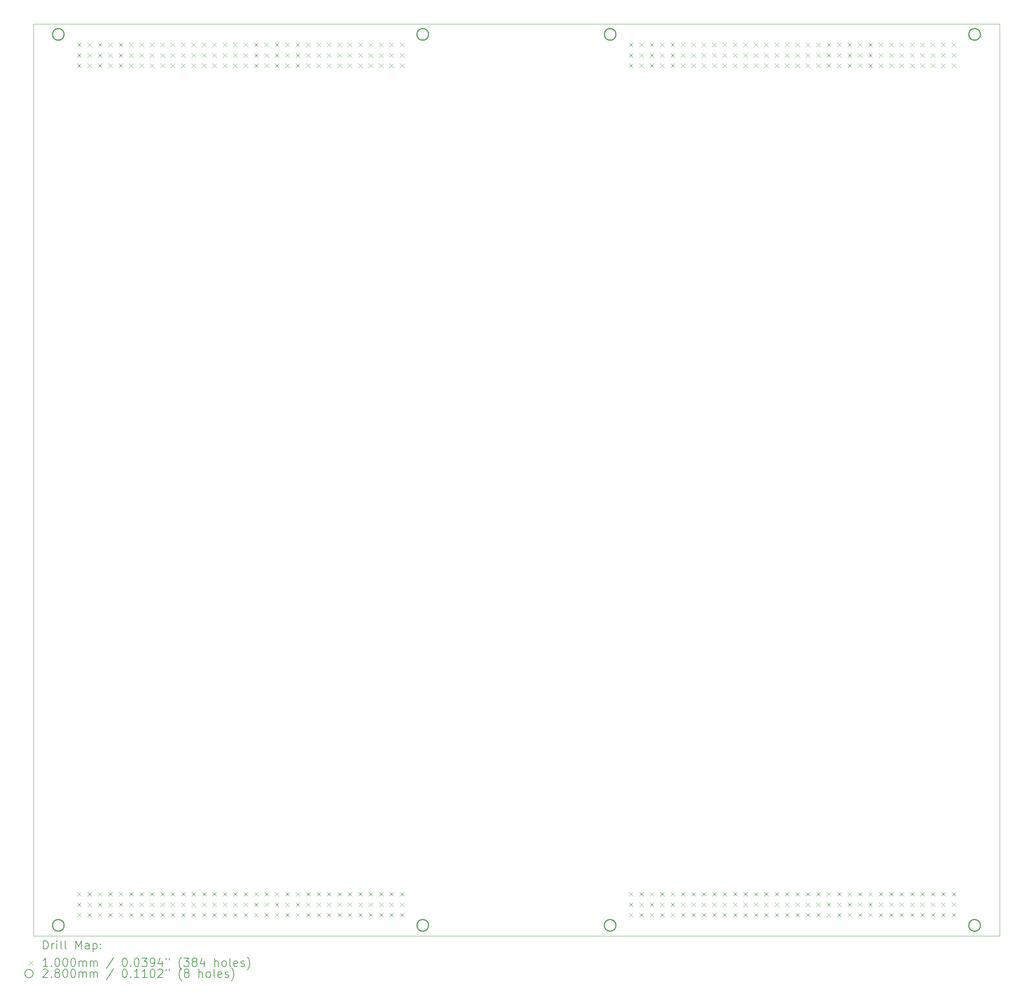
<source format=gbr>
%TF.GenerationSoftware,KiCad,Pcbnew,7.0.1*%
%TF.CreationDate,2023-10-13T00:12:28+03:00*%
%TF.ProjectId,turbo_86m_extender_board,74757262-6f5f-4383-966d-5f657874656e,rev?*%
%TF.SameCoordinates,Original*%
%TF.FileFunction,Drillmap*%
%TF.FilePolarity,Positive*%
%FSLAX45Y45*%
G04 Gerber Fmt 4.5, Leading zero omitted, Abs format (unit mm)*
G04 Created by KiCad (PCBNEW 7.0.1) date 2023-10-13 00:12:28*
%MOMM*%
%LPD*%
G01*
G04 APERTURE LIST*
%ADD10C,0.100000*%
%ADD11C,0.200000*%
%ADD12C,0.280000*%
G04 APERTURE END LIST*
D10*
X0Y0D02*
X23200000Y0D01*
X23200000Y-21900000D01*
X0Y-21900000D01*
X0Y0D01*
D11*
D10*
X1050000Y-450000D02*
X1150000Y-550000D01*
X1150000Y-450000D02*
X1050000Y-550000D01*
X1050000Y-700000D02*
X1150000Y-800000D01*
X1150000Y-700000D02*
X1050000Y-800000D01*
X1050000Y-950000D02*
X1150000Y-1050000D01*
X1150000Y-950000D02*
X1050000Y-1050000D01*
X1050000Y-20850000D02*
X1150000Y-20950000D01*
X1150000Y-20850000D02*
X1050000Y-20950000D01*
X1050000Y-21100000D02*
X1150000Y-21200000D01*
X1150000Y-21100000D02*
X1050000Y-21200000D01*
X1050000Y-21350000D02*
X1150000Y-21450000D01*
X1150000Y-21350000D02*
X1050000Y-21450000D01*
X1300000Y-450000D02*
X1400000Y-550000D01*
X1400000Y-450000D02*
X1300000Y-550000D01*
X1300000Y-700000D02*
X1400000Y-800000D01*
X1400000Y-700000D02*
X1300000Y-800000D01*
X1300000Y-950000D02*
X1400000Y-1050000D01*
X1400000Y-950000D02*
X1300000Y-1050000D01*
X1300000Y-20850000D02*
X1400000Y-20950000D01*
X1400000Y-20850000D02*
X1300000Y-20950000D01*
X1300000Y-21100000D02*
X1400000Y-21200000D01*
X1400000Y-21100000D02*
X1300000Y-21200000D01*
X1300000Y-21350000D02*
X1400000Y-21450000D01*
X1400000Y-21350000D02*
X1300000Y-21450000D01*
X1550000Y-450000D02*
X1650000Y-550000D01*
X1650000Y-450000D02*
X1550000Y-550000D01*
X1550000Y-700000D02*
X1650000Y-800000D01*
X1650000Y-700000D02*
X1550000Y-800000D01*
X1550000Y-950000D02*
X1650000Y-1050000D01*
X1650000Y-950000D02*
X1550000Y-1050000D01*
X1550000Y-20850000D02*
X1650000Y-20950000D01*
X1650000Y-20850000D02*
X1550000Y-20950000D01*
X1550000Y-21100000D02*
X1650000Y-21200000D01*
X1650000Y-21100000D02*
X1550000Y-21200000D01*
X1550000Y-21350000D02*
X1650000Y-21450000D01*
X1650000Y-21350000D02*
X1550000Y-21450000D01*
X1800000Y-450000D02*
X1900000Y-550000D01*
X1900000Y-450000D02*
X1800000Y-550000D01*
X1800000Y-700000D02*
X1900000Y-800000D01*
X1900000Y-700000D02*
X1800000Y-800000D01*
X1800000Y-950000D02*
X1900000Y-1050000D01*
X1900000Y-950000D02*
X1800000Y-1050000D01*
X1800000Y-20850000D02*
X1900000Y-20950000D01*
X1900000Y-20850000D02*
X1800000Y-20950000D01*
X1800000Y-21100000D02*
X1900000Y-21200000D01*
X1900000Y-21100000D02*
X1800000Y-21200000D01*
X1800000Y-21350000D02*
X1900000Y-21450000D01*
X1900000Y-21350000D02*
X1800000Y-21450000D01*
X2050000Y-450000D02*
X2150000Y-550000D01*
X2150000Y-450000D02*
X2050000Y-550000D01*
X2050000Y-700000D02*
X2150000Y-800000D01*
X2150000Y-700000D02*
X2050000Y-800000D01*
X2050000Y-950000D02*
X2150000Y-1050000D01*
X2150000Y-950000D02*
X2050000Y-1050000D01*
X2050000Y-20850000D02*
X2150000Y-20950000D01*
X2150000Y-20850000D02*
X2050000Y-20950000D01*
X2050000Y-21100000D02*
X2150000Y-21200000D01*
X2150000Y-21100000D02*
X2050000Y-21200000D01*
X2050000Y-21350000D02*
X2150000Y-21450000D01*
X2150000Y-21350000D02*
X2050000Y-21450000D01*
X2300000Y-450000D02*
X2400000Y-550000D01*
X2400000Y-450000D02*
X2300000Y-550000D01*
X2300000Y-700000D02*
X2400000Y-800000D01*
X2400000Y-700000D02*
X2300000Y-800000D01*
X2300000Y-950000D02*
X2400000Y-1050000D01*
X2400000Y-950000D02*
X2300000Y-1050000D01*
X2300000Y-20850000D02*
X2400000Y-20950000D01*
X2400000Y-20850000D02*
X2300000Y-20950000D01*
X2300000Y-21100000D02*
X2400000Y-21200000D01*
X2400000Y-21100000D02*
X2300000Y-21200000D01*
X2300000Y-21350000D02*
X2400000Y-21450000D01*
X2400000Y-21350000D02*
X2300000Y-21450000D01*
X2550000Y-450000D02*
X2650000Y-550000D01*
X2650000Y-450000D02*
X2550000Y-550000D01*
X2550000Y-700000D02*
X2650000Y-800000D01*
X2650000Y-700000D02*
X2550000Y-800000D01*
X2550000Y-950000D02*
X2650000Y-1050000D01*
X2650000Y-950000D02*
X2550000Y-1050000D01*
X2550000Y-20850000D02*
X2650000Y-20950000D01*
X2650000Y-20850000D02*
X2550000Y-20950000D01*
X2550000Y-21100000D02*
X2650000Y-21200000D01*
X2650000Y-21100000D02*
X2550000Y-21200000D01*
X2550000Y-21350000D02*
X2650000Y-21450000D01*
X2650000Y-21350000D02*
X2550000Y-21450000D01*
X2800000Y-450000D02*
X2900000Y-550000D01*
X2900000Y-450000D02*
X2800000Y-550000D01*
X2800000Y-700000D02*
X2900000Y-800000D01*
X2900000Y-700000D02*
X2800000Y-800000D01*
X2800000Y-950000D02*
X2900000Y-1050000D01*
X2900000Y-950000D02*
X2800000Y-1050000D01*
X2800000Y-20850000D02*
X2900000Y-20950000D01*
X2900000Y-20850000D02*
X2800000Y-20950000D01*
X2800000Y-21100000D02*
X2900000Y-21200000D01*
X2900000Y-21100000D02*
X2800000Y-21200000D01*
X2800000Y-21350000D02*
X2900000Y-21450000D01*
X2900000Y-21350000D02*
X2800000Y-21450000D01*
X3050000Y-450000D02*
X3150000Y-550000D01*
X3150000Y-450000D02*
X3050000Y-550000D01*
X3050000Y-700000D02*
X3150000Y-800000D01*
X3150000Y-700000D02*
X3050000Y-800000D01*
X3050000Y-950000D02*
X3150000Y-1050000D01*
X3150000Y-950000D02*
X3050000Y-1050000D01*
X3050000Y-20850000D02*
X3150000Y-20950000D01*
X3150000Y-20850000D02*
X3050000Y-20950000D01*
X3050000Y-21100000D02*
X3150000Y-21200000D01*
X3150000Y-21100000D02*
X3050000Y-21200000D01*
X3050000Y-21350000D02*
X3150000Y-21450000D01*
X3150000Y-21350000D02*
X3050000Y-21450000D01*
X3300000Y-450000D02*
X3400000Y-550000D01*
X3400000Y-450000D02*
X3300000Y-550000D01*
X3300000Y-700000D02*
X3400000Y-800000D01*
X3400000Y-700000D02*
X3300000Y-800000D01*
X3300000Y-950000D02*
X3400000Y-1050000D01*
X3400000Y-950000D02*
X3300000Y-1050000D01*
X3300000Y-20850000D02*
X3400000Y-20950000D01*
X3400000Y-20850000D02*
X3300000Y-20950000D01*
X3300000Y-21100000D02*
X3400000Y-21200000D01*
X3400000Y-21100000D02*
X3300000Y-21200000D01*
X3300000Y-21350000D02*
X3400000Y-21450000D01*
X3400000Y-21350000D02*
X3300000Y-21450000D01*
X3550000Y-450000D02*
X3650000Y-550000D01*
X3650000Y-450000D02*
X3550000Y-550000D01*
X3550000Y-700000D02*
X3650000Y-800000D01*
X3650000Y-700000D02*
X3550000Y-800000D01*
X3550000Y-950000D02*
X3650000Y-1050000D01*
X3650000Y-950000D02*
X3550000Y-1050000D01*
X3550000Y-20850000D02*
X3650000Y-20950000D01*
X3650000Y-20850000D02*
X3550000Y-20950000D01*
X3550000Y-21100000D02*
X3650000Y-21200000D01*
X3650000Y-21100000D02*
X3550000Y-21200000D01*
X3550000Y-21350000D02*
X3650000Y-21450000D01*
X3650000Y-21350000D02*
X3550000Y-21450000D01*
X3800000Y-450000D02*
X3900000Y-550000D01*
X3900000Y-450000D02*
X3800000Y-550000D01*
X3800000Y-700000D02*
X3900000Y-800000D01*
X3900000Y-700000D02*
X3800000Y-800000D01*
X3800000Y-950000D02*
X3900000Y-1050000D01*
X3900000Y-950000D02*
X3800000Y-1050000D01*
X3800000Y-20850000D02*
X3900000Y-20950000D01*
X3900000Y-20850000D02*
X3800000Y-20950000D01*
X3800000Y-21100000D02*
X3900000Y-21200000D01*
X3900000Y-21100000D02*
X3800000Y-21200000D01*
X3800000Y-21350000D02*
X3900000Y-21450000D01*
X3900000Y-21350000D02*
X3800000Y-21450000D01*
X4050000Y-450000D02*
X4150000Y-550000D01*
X4150000Y-450000D02*
X4050000Y-550000D01*
X4050000Y-700000D02*
X4150000Y-800000D01*
X4150000Y-700000D02*
X4050000Y-800000D01*
X4050000Y-950000D02*
X4150000Y-1050000D01*
X4150000Y-950000D02*
X4050000Y-1050000D01*
X4050000Y-20850000D02*
X4150000Y-20950000D01*
X4150000Y-20850000D02*
X4050000Y-20950000D01*
X4050000Y-21100000D02*
X4150000Y-21200000D01*
X4150000Y-21100000D02*
X4050000Y-21200000D01*
X4050000Y-21350000D02*
X4150000Y-21450000D01*
X4150000Y-21350000D02*
X4050000Y-21450000D01*
X4300000Y-450000D02*
X4400000Y-550000D01*
X4400000Y-450000D02*
X4300000Y-550000D01*
X4300000Y-700000D02*
X4400000Y-800000D01*
X4400000Y-700000D02*
X4300000Y-800000D01*
X4300000Y-950000D02*
X4400000Y-1050000D01*
X4400000Y-950000D02*
X4300000Y-1050000D01*
X4300000Y-20850000D02*
X4400000Y-20950000D01*
X4400000Y-20850000D02*
X4300000Y-20950000D01*
X4300000Y-21100000D02*
X4400000Y-21200000D01*
X4400000Y-21100000D02*
X4300000Y-21200000D01*
X4300000Y-21350000D02*
X4400000Y-21450000D01*
X4400000Y-21350000D02*
X4300000Y-21450000D01*
X4550000Y-450000D02*
X4650000Y-550000D01*
X4650000Y-450000D02*
X4550000Y-550000D01*
X4550000Y-700000D02*
X4650000Y-800000D01*
X4650000Y-700000D02*
X4550000Y-800000D01*
X4550000Y-950000D02*
X4650000Y-1050000D01*
X4650000Y-950000D02*
X4550000Y-1050000D01*
X4550000Y-20850000D02*
X4650000Y-20950000D01*
X4650000Y-20850000D02*
X4550000Y-20950000D01*
X4550000Y-21100000D02*
X4650000Y-21200000D01*
X4650000Y-21100000D02*
X4550000Y-21200000D01*
X4550000Y-21350000D02*
X4650000Y-21450000D01*
X4650000Y-21350000D02*
X4550000Y-21450000D01*
X4800000Y-450000D02*
X4900000Y-550000D01*
X4900000Y-450000D02*
X4800000Y-550000D01*
X4800000Y-700000D02*
X4900000Y-800000D01*
X4900000Y-700000D02*
X4800000Y-800000D01*
X4800000Y-950000D02*
X4900000Y-1050000D01*
X4900000Y-950000D02*
X4800000Y-1050000D01*
X4800000Y-20850000D02*
X4900000Y-20950000D01*
X4900000Y-20850000D02*
X4800000Y-20950000D01*
X4800000Y-21100000D02*
X4900000Y-21200000D01*
X4900000Y-21100000D02*
X4800000Y-21200000D01*
X4800000Y-21350000D02*
X4900000Y-21450000D01*
X4900000Y-21350000D02*
X4800000Y-21450000D01*
X5050000Y-450000D02*
X5150000Y-550000D01*
X5150000Y-450000D02*
X5050000Y-550000D01*
X5050000Y-700000D02*
X5150000Y-800000D01*
X5150000Y-700000D02*
X5050000Y-800000D01*
X5050000Y-950000D02*
X5150000Y-1050000D01*
X5150000Y-950000D02*
X5050000Y-1050000D01*
X5050000Y-20850000D02*
X5150000Y-20950000D01*
X5150000Y-20850000D02*
X5050000Y-20950000D01*
X5050000Y-21100000D02*
X5150000Y-21200000D01*
X5150000Y-21100000D02*
X5050000Y-21200000D01*
X5050000Y-21350000D02*
X5150000Y-21450000D01*
X5150000Y-21350000D02*
X5050000Y-21450000D01*
X5300000Y-450000D02*
X5400000Y-550000D01*
X5400000Y-450000D02*
X5300000Y-550000D01*
X5300000Y-700000D02*
X5400000Y-800000D01*
X5400000Y-700000D02*
X5300000Y-800000D01*
X5300000Y-950000D02*
X5400000Y-1050000D01*
X5400000Y-950000D02*
X5300000Y-1050000D01*
X5300000Y-20850000D02*
X5400000Y-20950000D01*
X5400000Y-20850000D02*
X5300000Y-20950000D01*
X5300000Y-21100000D02*
X5400000Y-21200000D01*
X5400000Y-21100000D02*
X5300000Y-21200000D01*
X5300000Y-21350000D02*
X5400000Y-21450000D01*
X5400000Y-21350000D02*
X5300000Y-21450000D01*
X5550000Y-450000D02*
X5650000Y-550000D01*
X5650000Y-450000D02*
X5550000Y-550000D01*
X5550000Y-700000D02*
X5650000Y-800000D01*
X5650000Y-700000D02*
X5550000Y-800000D01*
X5550000Y-950000D02*
X5650000Y-1050000D01*
X5650000Y-950000D02*
X5550000Y-1050000D01*
X5550000Y-20850000D02*
X5650000Y-20950000D01*
X5650000Y-20850000D02*
X5550000Y-20950000D01*
X5550000Y-21100000D02*
X5650000Y-21200000D01*
X5650000Y-21100000D02*
X5550000Y-21200000D01*
X5550000Y-21350000D02*
X5650000Y-21450000D01*
X5650000Y-21350000D02*
X5550000Y-21450000D01*
X5800000Y-450000D02*
X5900000Y-550000D01*
X5900000Y-450000D02*
X5800000Y-550000D01*
X5800000Y-700000D02*
X5900000Y-800000D01*
X5900000Y-700000D02*
X5800000Y-800000D01*
X5800000Y-950000D02*
X5900000Y-1050000D01*
X5900000Y-950000D02*
X5800000Y-1050000D01*
X5800000Y-20850000D02*
X5900000Y-20950000D01*
X5900000Y-20850000D02*
X5800000Y-20950000D01*
X5800000Y-21100000D02*
X5900000Y-21200000D01*
X5900000Y-21100000D02*
X5800000Y-21200000D01*
X5800000Y-21350000D02*
X5900000Y-21450000D01*
X5900000Y-21350000D02*
X5800000Y-21450000D01*
X6050000Y-450000D02*
X6150000Y-550000D01*
X6150000Y-450000D02*
X6050000Y-550000D01*
X6050000Y-700000D02*
X6150000Y-800000D01*
X6150000Y-700000D02*
X6050000Y-800000D01*
X6050000Y-950000D02*
X6150000Y-1050000D01*
X6150000Y-950000D02*
X6050000Y-1050000D01*
X6050000Y-20850000D02*
X6150000Y-20950000D01*
X6150000Y-20850000D02*
X6050000Y-20950000D01*
X6050000Y-21100000D02*
X6150000Y-21200000D01*
X6150000Y-21100000D02*
X6050000Y-21200000D01*
X6050000Y-21350000D02*
X6150000Y-21450000D01*
X6150000Y-21350000D02*
X6050000Y-21450000D01*
X6300000Y-450000D02*
X6400000Y-550000D01*
X6400000Y-450000D02*
X6300000Y-550000D01*
X6300000Y-700000D02*
X6400000Y-800000D01*
X6400000Y-700000D02*
X6300000Y-800000D01*
X6300000Y-950000D02*
X6400000Y-1050000D01*
X6400000Y-950000D02*
X6300000Y-1050000D01*
X6300000Y-20850000D02*
X6400000Y-20950000D01*
X6400000Y-20850000D02*
X6300000Y-20950000D01*
X6300000Y-21100000D02*
X6400000Y-21200000D01*
X6400000Y-21100000D02*
X6300000Y-21200000D01*
X6300000Y-21350000D02*
X6400000Y-21450000D01*
X6400000Y-21350000D02*
X6300000Y-21450000D01*
X6550000Y-450000D02*
X6650000Y-550000D01*
X6650000Y-450000D02*
X6550000Y-550000D01*
X6550000Y-700000D02*
X6650000Y-800000D01*
X6650000Y-700000D02*
X6550000Y-800000D01*
X6550000Y-950000D02*
X6650000Y-1050000D01*
X6650000Y-950000D02*
X6550000Y-1050000D01*
X6550000Y-20850000D02*
X6650000Y-20950000D01*
X6650000Y-20850000D02*
X6550000Y-20950000D01*
X6550000Y-21100000D02*
X6650000Y-21200000D01*
X6650000Y-21100000D02*
X6550000Y-21200000D01*
X6550000Y-21350000D02*
X6650000Y-21450000D01*
X6650000Y-21350000D02*
X6550000Y-21450000D01*
X6800000Y-450000D02*
X6900000Y-550000D01*
X6900000Y-450000D02*
X6800000Y-550000D01*
X6800000Y-700000D02*
X6900000Y-800000D01*
X6900000Y-700000D02*
X6800000Y-800000D01*
X6800000Y-950000D02*
X6900000Y-1050000D01*
X6900000Y-950000D02*
X6800000Y-1050000D01*
X6800000Y-20850000D02*
X6900000Y-20950000D01*
X6900000Y-20850000D02*
X6800000Y-20950000D01*
X6800000Y-21100000D02*
X6900000Y-21200000D01*
X6900000Y-21100000D02*
X6800000Y-21200000D01*
X6800000Y-21350000D02*
X6900000Y-21450000D01*
X6900000Y-21350000D02*
X6800000Y-21450000D01*
X7050000Y-450000D02*
X7150000Y-550000D01*
X7150000Y-450000D02*
X7050000Y-550000D01*
X7050000Y-700000D02*
X7150000Y-800000D01*
X7150000Y-700000D02*
X7050000Y-800000D01*
X7050000Y-950000D02*
X7150000Y-1050000D01*
X7150000Y-950000D02*
X7050000Y-1050000D01*
X7050000Y-20850000D02*
X7150000Y-20950000D01*
X7150000Y-20850000D02*
X7050000Y-20950000D01*
X7050000Y-21100000D02*
X7150000Y-21200000D01*
X7150000Y-21100000D02*
X7050000Y-21200000D01*
X7050000Y-21350000D02*
X7150000Y-21450000D01*
X7150000Y-21350000D02*
X7050000Y-21450000D01*
X7300000Y-450000D02*
X7400000Y-550000D01*
X7400000Y-450000D02*
X7300000Y-550000D01*
X7300000Y-700000D02*
X7400000Y-800000D01*
X7400000Y-700000D02*
X7300000Y-800000D01*
X7300000Y-950000D02*
X7400000Y-1050000D01*
X7400000Y-950000D02*
X7300000Y-1050000D01*
X7300000Y-20850000D02*
X7400000Y-20950000D01*
X7400000Y-20850000D02*
X7300000Y-20950000D01*
X7300000Y-21100000D02*
X7400000Y-21200000D01*
X7400000Y-21100000D02*
X7300000Y-21200000D01*
X7300000Y-21350000D02*
X7400000Y-21450000D01*
X7400000Y-21350000D02*
X7300000Y-21450000D01*
X7550000Y-450000D02*
X7650000Y-550000D01*
X7650000Y-450000D02*
X7550000Y-550000D01*
X7550000Y-700000D02*
X7650000Y-800000D01*
X7650000Y-700000D02*
X7550000Y-800000D01*
X7550000Y-950000D02*
X7650000Y-1050000D01*
X7650000Y-950000D02*
X7550000Y-1050000D01*
X7550000Y-20850000D02*
X7650000Y-20950000D01*
X7650000Y-20850000D02*
X7550000Y-20950000D01*
X7550000Y-21100000D02*
X7650000Y-21200000D01*
X7650000Y-21100000D02*
X7550000Y-21200000D01*
X7550000Y-21350000D02*
X7650000Y-21450000D01*
X7650000Y-21350000D02*
X7550000Y-21450000D01*
X7800000Y-450000D02*
X7900000Y-550000D01*
X7900000Y-450000D02*
X7800000Y-550000D01*
X7800000Y-700000D02*
X7900000Y-800000D01*
X7900000Y-700000D02*
X7800000Y-800000D01*
X7800000Y-950000D02*
X7900000Y-1050000D01*
X7900000Y-950000D02*
X7800000Y-1050000D01*
X7800000Y-20850000D02*
X7900000Y-20950000D01*
X7900000Y-20850000D02*
X7800000Y-20950000D01*
X7800000Y-21100000D02*
X7900000Y-21200000D01*
X7900000Y-21100000D02*
X7800000Y-21200000D01*
X7800000Y-21350000D02*
X7900000Y-21450000D01*
X7900000Y-21350000D02*
X7800000Y-21450000D01*
X8050000Y-450000D02*
X8150000Y-550000D01*
X8150000Y-450000D02*
X8050000Y-550000D01*
X8050000Y-700000D02*
X8150000Y-800000D01*
X8150000Y-700000D02*
X8050000Y-800000D01*
X8050000Y-950000D02*
X8150000Y-1050000D01*
X8150000Y-950000D02*
X8050000Y-1050000D01*
X8050000Y-20850000D02*
X8150000Y-20950000D01*
X8150000Y-20850000D02*
X8050000Y-20950000D01*
X8050000Y-21100000D02*
X8150000Y-21200000D01*
X8150000Y-21100000D02*
X8050000Y-21200000D01*
X8050000Y-21350000D02*
X8150000Y-21450000D01*
X8150000Y-21350000D02*
X8050000Y-21450000D01*
X8300000Y-450000D02*
X8400000Y-550000D01*
X8400000Y-450000D02*
X8300000Y-550000D01*
X8300000Y-700000D02*
X8400000Y-800000D01*
X8400000Y-700000D02*
X8300000Y-800000D01*
X8300000Y-950000D02*
X8400000Y-1050000D01*
X8400000Y-950000D02*
X8300000Y-1050000D01*
X8300000Y-20850000D02*
X8400000Y-20950000D01*
X8400000Y-20850000D02*
X8300000Y-20950000D01*
X8300000Y-21100000D02*
X8400000Y-21200000D01*
X8400000Y-21100000D02*
X8300000Y-21200000D01*
X8300000Y-21350000D02*
X8400000Y-21450000D01*
X8400000Y-21350000D02*
X8300000Y-21450000D01*
X8550000Y-450000D02*
X8650000Y-550000D01*
X8650000Y-450000D02*
X8550000Y-550000D01*
X8550000Y-700000D02*
X8650000Y-800000D01*
X8650000Y-700000D02*
X8550000Y-800000D01*
X8550000Y-950000D02*
X8650000Y-1050000D01*
X8650000Y-950000D02*
X8550000Y-1050000D01*
X8550000Y-20850000D02*
X8650000Y-20950000D01*
X8650000Y-20850000D02*
X8550000Y-20950000D01*
X8550000Y-21100000D02*
X8650000Y-21200000D01*
X8650000Y-21100000D02*
X8550000Y-21200000D01*
X8550000Y-21350000D02*
X8650000Y-21450000D01*
X8650000Y-21350000D02*
X8550000Y-21450000D01*
X8800000Y-450000D02*
X8900000Y-550000D01*
X8900000Y-450000D02*
X8800000Y-550000D01*
X8800000Y-700000D02*
X8900000Y-800000D01*
X8900000Y-700000D02*
X8800000Y-800000D01*
X8800000Y-950000D02*
X8900000Y-1050000D01*
X8900000Y-950000D02*
X8800000Y-1050000D01*
X8800000Y-20850000D02*
X8900000Y-20950000D01*
X8900000Y-20850000D02*
X8800000Y-20950000D01*
X8800000Y-21100000D02*
X8900000Y-21200000D01*
X8900000Y-21100000D02*
X8800000Y-21200000D01*
X8800000Y-21350000D02*
X8900000Y-21450000D01*
X8900000Y-21350000D02*
X8800000Y-21450000D01*
X14300000Y-450000D02*
X14400000Y-550000D01*
X14400000Y-450000D02*
X14300000Y-550000D01*
X14300000Y-700000D02*
X14400000Y-800000D01*
X14400000Y-700000D02*
X14300000Y-800000D01*
X14300000Y-950000D02*
X14400000Y-1050000D01*
X14400000Y-950000D02*
X14300000Y-1050000D01*
X14300000Y-20850000D02*
X14400000Y-20950000D01*
X14400000Y-20850000D02*
X14300000Y-20950000D01*
X14300000Y-21100000D02*
X14400000Y-21200000D01*
X14400000Y-21100000D02*
X14300000Y-21200000D01*
X14300000Y-21350000D02*
X14400000Y-21450000D01*
X14400000Y-21350000D02*
X14300000Y-21450000D01*
X14550000Y-450000D02*
X14650000Y-550000D01*
X14650000Y-450000D02*
X14550000Y-550000D01*
X14550000Y-700000D02*
X14650000Y-800000D01*
X14650000Y-700000D02*
X14550000Y-800000D01*
X14550000Y-950000D02*
X14650000Y-1050000D01*
X14650000Y-950000D02*
X14550000Y-1050000D01*
X14550000Y-20850000D02*
X14650000Y-20950000D01*
X14650000Y-20850000D02*
X14550000Y-20950000D01*
X14550000Y-21100000D02*
X14650000Y-21200000D01*
X14650000Y-21100000D02*
X14550000Y-21200000D01*
X14550000Y-21350000D02*
X14650000Y-21450000D01*
X14650000Y-21350000D02*
X14550000Y-21450000D01*
X14800000Y-450000D02*
X14900000Y-550000D01*
X14900000Y-450000D02*
X14800000Y-550000D01*
X14800000Y-700000D02*
X14900000Y-800000D01*
X14900000Y-700000D02*
X14800000Y-800000D01*
X14800000Y-950000D02*
X14900000Y-1050000D01*
X14900000Y-950000D02*
X14800000Y-1050000D01*
X14800000Y-20850000D02*
X14900000Y-20950000D01*
X14900000Y-20850000D02*
X14800000Y-20950000D01*
X14800000Y-21100000D02*
X14900000Y-21200000D01*
X14900000Y-21100000D02*
X14800000Y-21200000D01*
X14800000Y-21350000D02*
X14900000Y-21450000D01*
X14900000Y-21350000D02*
X14800000Y-21450000D01*
X15050000Y-450000D02*
X15150000Y-550000D01*
X15150000Y-450000D02*
X15050000Y-550000D01*
X15050000Y-700000D02*
X15150000Y-800000D01*
X15150000Y-700000D02*
X15050000Y-800000D01*
X15050000Y-950000D02*
X15150000Y-1050000D01*
X15150000Y-950000D02*
X15050000Y-1050000D01*
X15050000Y-20850000D02*
X15150000Y-20950000D01*
X15150000Y-20850000D02*
X15050000Y-20950000D01*
X15050000Y-21100000D02*
X15150000Y-21200000D01*
X15150000Y-21100000D02*
X15050000Y-21200000D01*
X15050000Y-21350000D02*
X15150000Y-21450000D01*
X15150000Y-21350000D02*
X15050000Y-21450000D01*
X15300000Y-450000D02*
X15400000Y-550000D01*
X15400000Y-450000D02*
X15300000Y-550000D01*
X15300000Y-700000D02*
X15400000Y-800000D01*
X15400000Y-700000D02*
X15300000Y-800000D01*
X15300000Y-950000D02*
X15400000Y-1050000D01*
X15400000Y-950000D02*
X15300000Y-1050000D01*
X15300000Y-20850000D02*
X15400000Y-20950000D01*
X15400000Y-20850000D02*
X15300000Y-20950000D01*
X15300000Y-21100000D02*
X15400000Y-21200000D01*
X15400000Y-21100000D02*
X15300000Y-21200000D01*
X15300000Y-21350000D02*
X15400000Y-21450000D01*
X15400000Y-21350000D02*
X15300000Y-21450000D01*
X15550000Y-450000D02*
X15650000Y-550000D01*
X15650000Y-450000D02*
X15550000Y-550000D01*
X15550000Y-700000D02*
X15650000Y-800000D01*
X15650000Y-700000D02*
X15550000Y-800000D01*
X15550000Y-950000D02*
X15650000Y-1050000D01*
X15650000Y-950000D02*
X15550000Y-1050000D01*
X15550000Y-20850000D02*
X15650000Y-20950000D01*
X15650000Y-20850000D02*
X15550000Y-20950000D01*
X15550000Y-21100000D02*
X15650000Y-21200000D01*
X15650000Y-21100000D02*
X15550000Y-21200000D01*
X15550000Y-21350000D02*
X15650000Y-21450000D01*
X15650000Y-21350000D02*
X15550000Y-21450000D01*
X15800000Y-450000D02*
X15900000Y-550000D01*
X15900000Y-450000D02*
X15800000Y-550000D01*
X15800000Y-700000D02*
X15900000Y-800000D01*
X15900000Y-700000D02*
X15800000Y-800000D01*
X15800000Y-950000D02*
X15900000Y-1050000D01*
X15900000Y-950000D02*
X15800000Y-1050000D01*
X15800000Y-20850000D02*
X15900000Y-20950000D01*
X15900000Y-20850000D02*
X15800000Y-20950000D01*
X15800000Y-21100000D02*
X15900000Y-21200000D01*
X15900000Y-21100000D02*
X15800000Y-21200000D01*
X15800000Y-21350000D02*
X15900000Y-21450000D01*
X15900000Y-21350000D02*
X15800000Y-21450000D01*
X16050000Y-450000D02*
X16150000Y-550000D01*
X16150000Y-450000D02*
X16050000Y-550000D01*
X16050000Y-700000D02*
X16150000Y-800000D01*
X16150000Y-700000D02*
X16050000Y-800000D01*
X16050000Y-950000D02*
X16150000Y-1050000D01*
X16150000Y-950000D02*
X16050000Y-1050000D01*
X16050000Y-20850000D02*
X16150000Y-20950000D01*
X16150000Y-20850000D02*
X16050000Y-20950000D01*
X16050000Y-21100000D02*
X16150000Y-21200000D01*
X16150000Y-21100000D02*
X16050000Y-21200000D01*
X16050000Y-21350000D02*
X16150000Y-21450000D01*
X16150000Y-21350000D02*
X16050000Y-21450000D01*
X16300000Y-450000D02*
X16400000Y-550000D01*
X16400000Y-450000D02*
X16300000Y-550000D01*
X16300000Y-700000D02*
X16400000Y-800000D01*
X16400000Y-700000D02*
X16300000Y-800000D01*
X16300000Y-950000D02*
X16400000Y-1050000D01*
X16400000Y-950000D02*
X16300000Y-1050000D01*
X16300000Y-20850000D02*
X16400000Y-20950000D01*
X16400000Y-20850000D02*
X16300000Y-20950000D01*
X16300000Y-21100000D02*
X16400000Y-21200000D01*
X16400000Y-21100000D02*
X16300000Y-21200000D01*
X16300000Y-21350000D02*
X16400000Y-21450000D01*
X16400000Y-21350000D02*
X16300000Y-21450000D01*
X16550000Y-450000D02*
X16650000Y-550000D01*
X16650000Y-450000D02*
X16550000Y-550000D01*
X16550000Y-700000D02*
X16650000Y-800000D01*
X16650000Y-700000D02*
X16550000Y-800000D01*
X16550000Y-950000D02*
X16650000Y-1050000D01*
X16650000Y-950000D02*
X16550000Y-1050000D01*
X16550000Y-20850000D02*
X16650000Y-20950000D01*
X16650000Y-20850000D02*
X16550000Y-20950000D01*
X16550000Y-21100000D02*
X16650000Y-21200000D01*
X16650000Y-21100000D02*
X16550000Y-21200000D01*
X16550000Y-21350000D02*
X16650000Y-21450000D01*
X16650000Y-21350000D02*
X16550000Y-21450000D01*
X16800000Y-450000D02*
X16900000Y-550000D01*
X16900000Y-450000D02*
X16800000Y-550000D01*
X16800000Y-700000D02*
X16900000Y-800000D01*
X16900000Y-700000D02*
X16800000Y-800000D01*
X16800000Y-950000D02*
X16900000Y-1050000D01*
X16900000Y-950000D02*
X16800000Y-1050000D01*
X16800000Y-20850000D02*
X16900000Y-20950000D01*
X16900000Y-20850000D02*
X16800000Y-20950000D01*
X16800000Y-21100000D02*
X16900000Y-21200000D01*
X16900000Y-21100000D02*
X16800000Y-21200000D01*
X16800000Y-21350000D02*
X16900000Y-21450000D01*
X16900000Y-21350000D02*
X16800000Y-21450000D01*
X17050000Y-450000D02*
X17150000Y-550000D01*
X17150000Y-450000D02*
X17050000Y-550000D01*
X17050000Y-700000D02*
X17150000Y-800000D01*
X17150000Y-700000D02*
X17050000Y-800000D01*
X17050000Y-950000D02*
X17150000Y-1050000D01*
X17150000Y-950000D02*
X17050000Y-1050000D01*
X17050000Y-20850000D02*
X17150000Y-20950000D01*
X17150000Y-20850000D02*
X17050000Y-20950000D01*
X17050000Y-21100000D02*
X17150000Y-21200000D01*
X17150000Y-21100000D02*
X17050000Y-21200000D01*
X17050000Y-21350000D02*
X17150000Y-21450000D01*
X17150000Y-21350000D02*
X17050000Y-21450000D01*
X17300000Y-450000D02*
X17400000Y-550000D01*
X17400000Y-450000D02*
X17300000Y-550000D01*
X17300000Y-700000D02*
X17400000Y-800000D01*
X17400000Y-700000D02*
X17300000Y-800000D01*
X17300000Y-950000D02*
X17400000Y-1050000D01*
X17400000Y-950000D02*
X17300000Y-1050000D01*
X17300000Y-20850000D02*
X17400000Y-20950000D01*
X17400000Y-20850000D02*
X17300000Y-20950000D01*
X17300000Y-21100000D02*
X17400000Y-21200000D01*
X17400000Y-21100000D02*
X17300000Y-21200000D01*
X17300000Y-21350000D02*
X17400000Y-21450000D01*
X17400000Y-21350000D02*
X17300000Y-21450000D01*
X17550000Y-450000D02*
X17650000Y-550000D01*
X17650000Y-450000D02*
X17550000Y-550000D01*
X17550000Y-700000D02*
X17650000Y-800000D01*
X17650000Y-700000D02*
X17550000Y-800000D01*
X17550000Y-950000D02*
X17650000Y-1050000D01*
X17650000Y-950000D02*
X17550000Y-1050000D01*
X17550000Y-20850000D02*
X17650000Y-20950000D01*
X17650000Y-20850000D02*
X17550000Y-20950000D01*
X17550000Y-21100000D02*
X17650000Y-21200000D01*
X17650000Y-21100000D02*
X17550000Y-21200000D01*
X17550000Y-21350000D02*
X17650000Y-21450000D01*
X17650000Y-21350000D02*
X17550000Y-21450000D01*
X17800000Y-450000D02*
X17900000Y-550000D01*
X17900000Y-450000D02*
X17800000Y-550000D01*
X17800000Y-700000D02*
X17900000Y-800000D01*
X17900000Y-700000D02*
X17800000Y-800000D01*
X17800000Y-950000D02*
X17900000Y-1050000D01*
X17900000Y-950000D02*
X17800000Y-1050000D01*
X17800000Y-20850000D02*
X17900000Y-20950000D01*
X17900000Y-20850000D02*
X17800000Y-20950000D01*
X17800000Y-21100000D02*
X17900000Y-21200000D01*
X17900000Y-21100000D02*
X17800000Y-21200000D01*
X17800000Y-21350000D02*
X17900000Y-21450000D01*
X17900000Y-21350000D02*
X17800000Y-21450000D01*
X18050000Y-450000D02*
X18150000Y-550000D01*
X18150000Y-450000D02*
X18050000Y-550000D01*
X18050000Y-700000D02*
X18150000Y-800000D01*
X18150000Y-700000D02*
X18050000Y-800000D01*
X18050000Y-950000D02*
X18150000Y-1050000D01*
X18150000Y-950000D02*
X18050000Y-1050000D01*
X18050000Y-20850000D02*
X18150000Y-20950000D01*
X18150000Y-20850000D02*
X18050000Y-20950000D01*
X18050000Y-21100000D02*
X18150000Y-21200000D01*
X18150000Y-21100000D02*
X18050000Y-21200000D01*
X18050000Y-21350000D02*
X18150000Y-21450000D01*
X18150000Y-21350000D02*
X18050000Y-21450000D01*
X18300000Y-450000D02*
X18400000Y-550000D01*
X18400000Y-450000D02*
X18300000Y-550000D01*
X18300000Y-700000D02*
X18400000Y-800000D01*
X18400000Y-700000D02*
X18300000Y-800000D01*
X18300000Y-950000D02*
X18400000Y-1050000D01*
X18400000Y-950000D02*
X18300000Y-1050000D01*
X18300000Y-20850000D02*
X18400000Y-20950000D01*
X18400000Y-20850000D02*
X18300000Y-20950000D01*
X18300000Y-21100000D02*
X18400000Y-21200000D01*
X18400000Y-21100000D02*
X18300000Y-21200000D01*
X18300000Y-21350000D02*
X18400000Y-21450000D01*
X18400000Y-21350000D02*
X18300000Y-21450000D01*
X18550000Y-450000D02*
X18650000Y-550000D01*
X18650000Y-450000D02*
X18550000Y-550000D01*
X18550000Y-700000D02*
X18650000Y-800000D01*
X18650000Y-700000D02*
X18550000Y-800000D01*
X18550000Y-950000D02*
X18650000Y-1050000D01*
X18650000Y-950000D02*
X18550000Y-1050000D01*
X18550000Y-20850000D02*
X18650000Y-20950000D01*
X18650000Y-20850000D02*
X18550000Y-20950000D01*
X18550000Y-21100000D02*
X18650000Y-21200000D01*
X18650000Y-21100000D02*
X18550000Y-21200000D01*
X18550000Y-21350000D02*
X18650000Y-21450000D01*
X18650000Y-21350000D02*
X18550000Y-21450000D01*
X18800000Y-450000D02*
X18900000Y-550000D01*
X18900000Y-450000D02*
X18800000Y-550000D01*
X18800000Y-700000D02*
X18900000Y-800000D01*
X18900000Y-700000D02*
X18800000Y-800000D01*
X18800000Y-950000D02*
X18900000Y-1050000D01*
X18900000Y-950000D02*
X18800000Y-1050000D01*
X18800000Y-20850000D02*
X18900000Y-20950000D01*
X18900000Y-20850000D02*
X18800000Y-20950000D01*
X18800000Y-21100000D02*
X18900000Y-21200000D01*
X18900000Y-21100000D02*
X18800000Y-21200000D01*
X18800000Y-21350000D02*
X18900000Y-21450000D01*
X18900000Y-21350000D02*
X18800000Y-21450000D01*
X19050000Y-450000D02*
X19150000Y-550000D01*
X19150000Y-450000D02*
X19050000Y-550000D01*
X19050000Y-700000D02*
X19150000Y-800000D01*
X19150000Y-700000D02*
X19050000Y-800000D01*
X19050000Y-950000D02*
X19150000Y-1050000D01*
X19150000Y-950000D02*
X19050000Y-1050000D01*
X19050000Y-20850000D02*
X19150000Y-20950000D01*
X19150000Y-20850000D02*
X19050000Y-20950000D01*
X19050000Y-21100000D02*
X19150000Y-21200000D01*
X19150000Y-21100000D02*
X19050000Y-21200000D01*
X19050000Y-21350000D02*
X19150000Y-21450000D01*
X19150000Y-21350000D02*
X19050000Y-21450000D01*
X19300000Y-450000D02*
X19400000Y-550000D01*
X19400000Y-450000D02*
X19300000Y-550000D01*
X19300000Y-700000D02*
X19400000Y-800000D01*
X19400000Y-700000D02*
X19300000Y-800000D01*
X19300000Y-950000D02*
X19400000Y-1050000D01*
X19400000Y-950000D02*
X19300000Y-1050000D01*
X19300000Y-20850000D02*
X19400000Y-20950000D01*
X19400000Y-20850000D02*
X19300000Y-20950000D01*
X19300000Y-21100000D02*
X19400000Y-21200000D01*
X19400000Y-21100000D02*
X19300000Y-21200000D01*
X19300000Y-21350000D02*
X19400000Y-21450000D01*
X19400000Y-21350000D02*
X19300000Y-21450000D01*
X19550000Y-450000D02*
X19650000Y-550000D01*
X19650000Y-450000D02*
X19550000Y-550000D01*
X19550000Y-700000D02*
X19650000Y-800000D01*
X19650000Y-700000D02*
X19550000Y-800000D01*
X19550000Y-950000D02*
X19650000Y-1050000D01*
X19650000Y-950000D02*
X19550000Y-1050000D01*
X19550000Y-20850000D02*
X19650000Y-20950000D01*
X19650000Y-20850000D02*
X19550000Y-20950000D01*
X19550000Y-21100000D02*
X19650000Y-21200000D01*
X19650000Y-21100000D02*
X19550000Y-21200000D01*
X19550000Y-21350000D02*
X19650000Y-21450000D01*
X19650000Y-21350000D02*
X19550000Y-21450000D01*
X19800000Y-450000D02*
X19900000Y-550000D01*
X19900000Y-450000D02*
X19800000Y-550000D01*
X19800000Y-700000D02*
X19900000Y-800000D01*
X19900000Y-700000D02*
X19800000Y-800000D01*
X19800000Y-950000D02*
X19900000Y-1050000D01*
X19900000Y-950000D02*
X19800000Y-1050000D01*
X19800000Y-20850000D02*
X19900000Y-20950000D01*
X19900000Y-20850000D02*
X19800000Y-20950000D01*
X19800000Y-21100000D02*
X19900000Y-21200000D01*
X19900000Y-21100000D02*
X19800000Y-21200000D01*
X19800000Y-21350000D02*
X19900000Y-21450000D01*
X19900000Y-21350000D02*
X19800000Y-21450000D01*
X20050000Y-450000D02*
X20150000Y-550000D01*
X20150000Y-450000D02*
X20050000Y-550000D01*
X20050000Y-700000D02*
X20150000Y-800000D01*
X20150000Y-700000D02*
X20050000Y-800000D01*
X20050000Y-950000D02*
X20150000Y-1050000D01*
X20150000Y-950000D02*
X20050000Y-1050000D01*
X20050000Y-20850000D02*
X20150000Y-20950000D01*
X20150000Y-20850000D02*
X20050000Y-20950000D01*
X20050000Y-21100000D02*
X20150000Y-21200000D01*
X20150000Y-21100000D02*
X20050000Y-21200000D01*
X20050000Y-21350000D02*
X20150000Y-21450000D01*
X20150000Y-21350000D02*
X20050000Y-21450000D01*
X20300000Y-450000D02*
X20400000Y-550000D01*
X20400000Y-450000D02*
X20300000Y-550000D01*
X20300000Y-700000D02*
X20400000Y-800000D01*
X20400000Y-700000D02*
X20300000Y-800000D01*
X20300000Y-950000D02*
X20400000Y-1050000D01*
X20400000Y-950000D02*
X20300000Y-1050000D01*
X20300000Y-20850000D02*
X20400000Y-20950000D01*
X20400000Y-20850000D02*
X20300000Y-20950000D01*
X20300000Y-21100000D02*
X20400000Y-21200000D01*
X20400000Y-21100000D02*
X20300000Y-21200000D01*
X20300000Y-21350000D02*
X20400000Y-21450000D01*
X20400000Y-21350000D02*
X20300000Y-21450000D01*
X20550000Y-450000D02*
X20650000Y-550000D01*
X20650000Y-450000D02*
X20550000Y-550000D01*
X20550000Y-700000D02*
X20650000Y-800000D01*
X20650000Y-700000D02*
X20550000Y-800000D01*
X20550000Y-950000D02*
X20650000Y-1050000D01*
X20650000Y-950000D02*
X20550000Y-1050000D01*
X20550000Y-20850000D02*
X20650000Y-20950000D01*
X20650000Y-20850000D02*
X20550000Y-20950000D01*
X20550000Y-21100000D02*
X20650000Y-21200000D01*
X20650000Y-21100000D02*
X20550000Y-21200000D01*
X20550000Y-21350000D02*
X20650000Y-21450000D01*
X20650000Y-21350000D02*
X20550000Y-21450000D01*
X20800000Y-450000D02*
X20900000Y-550000D01*
X20900000Y-450000D02*
X20800000Y-550000D01*
X20800000Y-700000D02*
X20900000Y-800000D01*
X20900000Y-700000D02*
X20800000Y-800000D01*
X20800000Y-950000D02*
X20900000Y-1050000D01*
X20900000Y-950000D02*
X20800000Y-1050000D01*
X20800000Y-20850000D02*
X20900000Y-20950000D01*
X20900000Y-20850000D02*
X20800000Y-20950000D01*
X20800000Y-21100000D02*
X20900000Y-21200000D01*
X20900000Y-21100000D02*
X20800000Y-21200000D01*
X20800000Y-21350000D02*
X20900000Y-21450000D01*
X20900000Y-21350000D02*
X20800000Y-21450000D01*
X21050000Y-450000D02*
X21150000Y-550000D01*
X21150000Y-450000D02*
X21050000Y-550000D01*
X21050000Y-700000D02*
X21150000Y-800000D01*
X21150000Y-700000D02*
X21050000Y-800000D01*
X21050000Y-950000D02*
X21150000Y-1050000D01*
X21150000Y-950000D02*
X21050000Y-1050000D01*
X21050000Y-20850000D02*
X21150000Y-20950000D01*
X21150000Y-20850000D02*
X21050000Y-20950000D01*
X21050000Y-21100000D02*
X21150000Y-21200000D01*
X21150000Y-21100000D02*
X21050000Y-21200000D01*
X21050000Y-21350000D02*
X21150000Y-21450000D01*
X21150000Y-21350000D02*
X21050000Y-21450000D01*
X21300000Y-450000D02*
X21400000Y-550000D01*
X21400000Y-450000D02*
X21300000Y-550000D01*
X21300000Y-700000D02*
X21400000Y-800000D01*
X21400000Y-700000D02*
X21300000Y-800000D01*
X21300000Y-950000D02*
X21400000Y-1050000D01*
X21400000Y-950000D02*
X21300000Y-1050000D01*
X21300000Y-20850000D02*
X21400000Y-20950000D01*
X21400000Y-20850000D02*
X21300000Y-20950000D01*
X21300000Y-21100000D02*
X21400000Y-21200000D01*
X21400000Y-21100000D02*
X21300000Y-21200000D01*
X21300000Y-21350000D02*
X21400000Y-21450000D01*
X21400000Y-21350000D02*
X21300000Y-21450000D01*
X21550000Y-450000D02*
X21650000Y-550000D01*
X21650000Y-450000D02*
X21550000Y-550000D01*
X21550000Y-700000D02*
X21650000Y-800000D01*
X21650000Y-700000D02*
X21550000Y-800000D01*
X21550000Y-950000D02*
X21650000Y-1050000D01*
X21650000Y-950000D02*
X21550000Y-1050000D01*
X21550000Y-20850000D02*
X21650000Y-20950000D01*
X21650000Y-20850000D02*
X21550000Y-20950000D01*
X21550000Y-21100000D02*
X21650000Y-21200000D01*
X21650000Y-21100000D02*
X21550000Y-21200000D01*
X21550000Y-21350000D02*
X21650000Y-21450000D01*
X21650000Y-21350000D02*
X21550000Y-21450000D01*
X21800000Y-450000D02*
X21900000Y-550000D01*
X21900000Y-450000D02*
X21800000Y-550000D01*
X21800000Y-700000D02*
X21900000Y-800000D01*
X21900000Y-700000D02*
X21800000Y-800000D01*
X21800000Y-950000D02*
X21900000Y-1050000D01*
X21900000Y-950000D02*
X21800000Y-1050000D01*
X21800000Y-20850000D02*
X21900000Y-20950000D01*
X21900000Y-20850000D02*
X21800000Y-20950000D01*
X21800000Y-21100000D02*
X21900000Y-21200000D01*
X21900000Y-21100000D02*
X21800000Y-21200000D01*
X21800000Y-21350000D02*
X21900000Y-21450000D01*
X21900000Y-21350000D02*
X21800000Y-21450000D01*
X22050000Y-450000D02*
X22150000Y-550000D01*
X22150000Y-450000D02*
X22050000Y-550000D01*
X22050000Y-700000D02*
X22150000Y-800000D01*
X22150000Y-700000D02*
X22050000Y-800000D01*
X22050000Y-950000D02*
X22150000Y-1050000D01*
X22150000Y-950000D02*
X22050000Y-1050000D01*
X22050000Y-20850000D02*
X22150000Y-20950000D01*
X22150000Y-20850000D02*
X22050000Y-20950000D01*
X22050000Y-21100000D02*
X22150000Y-21200000D01*
X22150000Y-21100000D02*
X22050000Y-21200000D01*
X22050000Y-21350000D02*
X22150000Y-21450000D01*
X22150000Y-21350000D02*
X22050000Y-21450000D01*
D12*
X740000Y-250000D02*
G75*
G03*
X740000Y-250000I-140000J0D01*
G01*
X740000Y-21650000D02*
G75*
G03*
X740000Y-21650000I-140000J0D01*
G01*
X9490000Y-250000D02*
G75*
G03*
X9490000Y-250000I-140000J0D01*
G01*
X9490000Y-21650000D02*
G75*
G03*
X9490000Y-21650000I-140000J0D01*
G01*
X13990000Y-250000D02*
G75*
G03*
X13990000Y-250000I-140000J0D01*
G01*
X13990000Y-21650000D02*
G75*
G03*
X13990000Y-21650000I-140000J0D01*
G01*
X22740000Y-250000D02*
G75*
G03*
X22740000Y-250000I-140000J0D01*
G01*
X22740000Y-21650000D02*
G75*
G03*
X22740000Y-21650000I-140000J0D01*
G01*
D11*
X242619Y-22217524D02*
X242619Y-22017524D01*
X242619Y-22017524D02*
X290238Y-22017524D01*
X290238Y-22017524D02*
X318810Y-22027048D01*
X318810Y-22027048D02*
X337857Y-22046095D01*
X337857Y-22046095D02*
X347381Y-22065143D01*
X347381Y-22065143D02*
X356905Y-22103238D01*
X356905Y-22103238D02*
X356905Y-22131810D01*
X356905Y-22131810D02*
X347381Y-22169905D01*
X347381Y-22169905D02*
X337857Y-22188952D01*
X337857Y-22188952D02*
X318810Y-22208000D01*
X318810Y-22208000D02*
X290238Y-22217524D01*
X290238Y-22217524D02*
X242619Y-22217524D01*
X442619Y-22217524D02*
X442619Y-22084190D01*
X442619Y-22122286D02*
X452143Y-22103238D01*
X452143Y-22103238D02*
X461667Y-22093714D01*
X461667Y-22093714D02*
X480714Y-22084190D01*
X480714Y-22084190D02*
X499762Y-22084190D01*
X566429Y-22217524D02*
X566429Y-22084190D01*
X566429Y-22017524D02*
X556905Y-22027048D01*
X556905Y-22027048D02*
X566429Y-22036571D01*
X566429Y-22036571D02*
X575952Y-22027048D01*
X575952Y-22027048D02*
X566429Y-22017524D01*
X566429Y-22017524D02*
X566429Y-22036571D01*
X690238Y-22217524D02*
X671190Y-22208000D01*
X671190Y-22208000D02*
X661667Y-22188952D01*
X661667Y-22188952D02*
X661667Y-22017524D01*
X795000Y-22217524D02*
X775952Y-22208000D01*
X775952Y-22208000D02*
X766428Y-22188952D01*
X766428Y-22188952D02*
X766428Y-22017524D01*
X1023571Y-22217524D02*
X1023571Y-22017524D01*
X1023571Y-22017524D02*
X1090238Y-22160381D01*
X1090238Y-22160381D02*
X1156905Y-22017524D01*
X1156905Y-22017524D02*
X1156905Y-22217524D01*
X1337857Y-22217524D02*
X1337857Y-22112762D01*
X1337857Y-22112762D02*
X1328333Y-22093714D01*
X1328333Y-22093714D02*
X1309286Y-22084190D01*
X1309286Y-22084190D02*
X1271190Y-22084190D01*
X1271190Y-22084190D02*
X1252143Y-22093714D01*
X1337857Y-22208000D02*
X1318810Y-22217524D01*
X1318810Y-22217524D02*
X1271190Y-22217524D01*
X1271190Y-22217524D02*
X1252143Y-22208000D01*
X1252143Y-22208000D02*
X1242619Y-22188952D01*
X1242619Y-22188952D02*
X1242619Y-22169905D01*
X1242619Y-22169905D02*
X1252143Y-22150857D01*
X1252143Y-22150857D02*
X1271190Y-22141333D01*
X1271190Y-22141333D02*
X1318810Y-22141333D01*
X1318810Y-22141333D02*
X1337857Y-22131810D01*
X1433095Y-22084190D02*
X1433095Y-22284190D01*
X1433095Y-22093714D02*
X1452143Y-22084190D01*
X1452143Y-22084190D02*
X1490238Y-22084190D01*
X1490238Y-22084190D02*
X1509286Y-22093714D01*
X1509286Y-22093714D02*
X1518809Y-22103238D01*
X1518809Y-22103238D02*
X1528333Y-22122286D01*
X1528333Y-22122286D02*
X1528333Y-22179429D01*
X1528333Y-22179429D02*
X1518809Y-22198476D01*
X1518809Y-22198476D02*
X1509286Y-22208000D01*
X1509286Y-22208000D02*
X1490238Y-22217524D01*
X1490238Y-22217524D02*
X1452143Y-22217524D01*
X1452143Y-22217524D02*
X1433095Y-22208000D01*
X1614048Y-22198476D02*
X1623571Y-22208000D01*
X1623571Y-22208000D02*
X1614048Y-22217524D01*
X1614048Y-22217524D02*
X1604524Y-22208000D01*
X1604524Y-22208000D02*
X1614048Y-22198476D01*
X1614048Y-22198476D02*
X1614048Y-22217524D01*
X1614048Y-22093714D02*
X1623571Y-22103238D01*
X1623571Y-22103238D02*
X1614048Y-22112762D01*
X1614048Y-22112762D02*
X1604524Y-22103238D01*
X1604524Y-22103238D02*
X1614048Y-22093714D01*
X1614048Y-22093714D02*
X1614048Y-22112762D01*
D10*
X-105000Y-22495000D02*
X-5000Y-22595000D01*
X-5000Y-22495000D02*
X-105000Y-22595000D01*
D11*
X347381Y-22637524D02*
X233095Y-22637524D01*
X290238Y-22637524D02*
X290238Y-22437524D01*
X290238Y-22437524D02*
X271190Y-22466095D01*
X271190Y-22466095D02*
X252143Y-22485143D01*
X252143Y-22485143D02*
X233095Y-22494667D01*
X433095Y-22618476D02*
X442619Y-22628000D01*
X442619Y-22628000D02*
X433095Y-22637524D01*
X433095Y-22637524D02*
X423571Y-22628000D01*
X423571Y-22628000D02*
X433095Y-22618476D01*
X433095Y-22618476D02*
X433095Y-22637524D01*
X566429Y-22437524D02*
X585476Y-22437524D01*
X585476Y-22437524D02*
X604524Y-22447048D01*
X604524Y-22447048D02*
X614048Y-22456571D01*
X614048Y-22456571D02*
X623571Y-22475619D01*
X623571Y-22475619D02*
X633095Y-22513714D01*
X633095Y-22513714D02*
X633095Y-22561333D01*
X633095Y-22561333D02*
X623571Y-22599428D01*
X623571Y-22599428D02*
X614048Y-22618476D01*
X614048Y-22618476D02*
X604524Y-22628000D01*
X604524Y-22628000D02*
X585476Y-22637524D01*
X585476Y-22637524D02*
X566429Y-22637524D01*
X566429Y-22637524D02*
X547381Y-22628000D01*
X547381Y-22628000D02*
X537857Y-22618476D01*
X537857Y-22618476D02*
X528333Y-22599428D01*
X528333Y-22599428D02*
X518809Y-22561333D01*
X518809Y-22561333D02*
X518809Y-22513714D01*
X518809Y-22513714D02*
X528333Y-22475619D01*
X528333Y-22475619D02*
X537857Y-22456571D01*
X537857Y-22456571D02*
X547381Y-22447048D01*
X547381Y-22447048D02*
X566429Y-22437524D01*
X756905Y-22437524D02*
X775952Y-22437524D01*
X775952Y-22437524D02*
X795000Y-22447048D01*
X795000Y-22447048D02*
X804524Y-22456571D01*
X804524Y-22456571D02*
X814048Y-22475619D01*
X814048Y-22475619D02*
X823571Y-22513714D01*
X823571Y-22513714D02*
X823571Y-22561333D01*
X823571Y-22561333D02*
X814048Y-22599428D01*
X814048Y-22599428D02*
X804524Y-22618476D01*
X804524Y-22618476D02*
X795000Y-22628000D01*
X795000Y-22628000D02*
X775952Y-22637524D01*
X775952Y-22637524D02*
X756905Y-22637524D01*
X756905Y-22637524D02*
X737857Y-22628000D01*
X737857Y-22628000D02*
X728333Y-22618476D01*
X728333Y-22618476D02*
X718809Y-22599428D01*
X718809Y-22599428D02*
X709286Y-22561333D01*
X709286Y-22561333D02*
X709286Y-22513714D01*
X709286Y-22513714D02*
X718809Y-22475619D01*
X718809Y-22475619D02*
X728333Y-22456571D01*
X728333Y-22456571D02*
X737857Y-22447048D01*
X737857Y-22447048D02*
X756905Y-22437524D01*
X947381Y-22437524D02*
X966429Y-22437524D01*
X966429Y-22437524D02*
X985476Y-22447048D01*
X985476Y-22447048D02*
X995000Y-22456571D01*
X995000Y-22456571D02*
X1004524Y-22475619D01*
X1004524Y-22475619D02*
X1014048Y-22513714D01*
X1014048Y-22513714D02*
X1014048Y-22561333D01*
X1014048Y-22561333D02*
X1004524Y-22599428D01*
X1004524Y-22599428D02*
X995000Y-22618476D01*
X995000Y-22618476D02*
X985476Y-22628000D01*
X985476Y-22628000D02*
X966429Y-22637524D01*
X966429Y-22637524D02*
X947381Y-22637524D01*
X947381Y-22637524D02*
X928333Y-22628000D01*
X928333Y-22628000D02*
X918809Y-22618476D01*
X918809Y-22618476D02*
X909286Y-22599428D01*
X909286Y-22599428D02*
X899762Y-22561333D01*
X899762Y-22561333D02*
X899762Y-22513714D01*
X899762Y-22513714D02*
X909286Y-22475619D01*
X909286Y-22475619D02*
X918809Y-22456571D01*
X918809Y-22456571D02*
X928333Y-22447048D01*
X928333Y-22447048D02*
X947381Y-22437524D01*
X1099762Y-22637524D02*
X1099762Y-22504190D01*
X1099762Y-22523238D02*
X1109286Y-22513714D01*
X1109286Y-22513714D02*
X1128333Y-22504190D01*
X1128333Y-22504190D02*
X1156905Y-22504190D01*
X1156905Y-22504190D02*
X1175952Y-22513714D01*
X1175952Y-22513714D02*
X1185476Y-22532762D01*
X1185476Y-22532762D02*
X1185476Y-22637524D01*
X1185476Y-22532762D02*
X1195000Y-22513714D01*
X1195000Y-22513714D02*
X1214048Y-22504190D01*
X1214048Y-22504190D02*
X1242619Y-22504190D01*
X1242619Y-22504190D02*
X1261667Y-22513714D01*
X1261667Y-22513714D02*
X1271191Y-22532762D01*
X1271191Y-22532762D02*
X1271191Y-22637524D01*
X1366429Y-22637524D02*
X1366429Y-22504190D01*
X1366429Y-22523238D02*
X1375952Y-22513714D01*
X1375952Y-22513714D02*
X1395000Y-22504190D01*
X1395000Y-22504190D02*
X1423571Y-22504190D01*
X1423571Y-22504190D02*
X1442619Y-22513714D01*
X1442619Y-22513714D02*
X1452143Y-22532762D01*
X1452143Y-22532762D02*
X1452143Y-22637524D01*
X1452143Y-22532762D02*
X1461667Y-22513714D01*
X1461667Y-22513714D02*
X1480714Y-22504190D01*
X1480714Y-22504190D02*
X1509286Y-22504190D01*
X1509286Y-22504190D02*
X1528333Y-22513714D01*
X1528333Y-22513714D02*
X1537857Y-22532762D01*
X1537857Y-22532762D02*
X1537857Y-22637524D01*
X1928333Y-22428000D02*
X1756905Y-22685143D01*
X2185476Y-22437524D02*
X2204524Y-22437524D01*
X2204524Y-22437524D02*
X2223572Y-22447048D01*
X2223572Y-22447048D02*
X2233095Y-22456571D01*
X2233095Y-22456571D02*
X2242619Y-22475619D01*
X2242619Y-22475619D02*
X2252143Y-22513714D01*
X2252143Y-22513714D02*
X2252143Y-22561333D01*
X2252143Y-22561333D02*
X2242619Y-22599428D01*
X2242619Y-22599428D02*
X2233095Y-22618476D01*
X2233095Y-22618476D02*
X2223572Y-22628000D01*
X2223572Y-22628000D02*
X2204524Y-22637524D01*
X2204524Y-22637524D02*
X2185476Y-22637524D01*
X2185476Y-22637524D02*
X2166429Y-22628000D01*
X2166429Y-22628000D02*
X2156905Y-22618476D01*
X2156905Y-22618476D02*
X2147381Y-22599428D01*
X2147381Y-22599428D02*
X2137857Y-22561333D01*
X2137857Y-22561333D02*
X2137857Y-22513714D01*
X2137857Y-22513714D02*
X2147381Y-22475619D01*
X2147381Y-22475619D02*
X2156905Y-22456571D01*
X2156905Y-22456571D02*
X2166429Y-22447048D01*
X2166429Y-22447048D02*
X2185476Y-22437524D01*
X2337857Y-22618476D02*
X2347381Y-22628000D01*
X2347381Y-22628000D02*
X2337857Y-22637524D01*
X2337857Y-22637524D02*
X2328334Y-22628000D01*
X2328334Y-22628000D02*
X2337857Y-22618476D01*
X2337857Y-22618476D02*
X2337857Y-22637524D01*
X2471191Y-22437524D02*
X2490238Y-22437524D01*
X2490238Y-22437524D02*
X2509286Y-22447048D01*
X2509286Y-22447048D02*
X2518810Y-22456571D01*
X2518810Y-22456571D02*
X2528334Y-22475619D01*
X2528334Y-22475619D02*
X2537857Y-22513714D01*
X2537857Y-22513714D02*
X2537857Y-22561333D01*
X2537857Y-22561333D02*
X2528334Y-22599428D01*
X2528334Y-22599428D02*
X2518810Y-22618476D01*
X2518810Y-22618476D02*
X2509286Y-22628000D01*
X2509286Y-22628000D02*
X2490238Y-22637524D01*
X2490238Y-22637524D02*
X2471191Y-22637524D01*
X2471191Y-22637524D02*
X2452143Y-22628000D01*
X2452143Y-22628000D02*
X2442619Y-22618476D01*
X2442619Y-22618476D02*
X2433095Y-22599428D01*
X2433095Y-22599428D02*
X2423572Y-22561333D01*
X2423572Y-22561333D02*
X2423572Y-22513714D01*
X2423572Y-22513714D02*
X2433095Y-22475619D01*
X2433095Y-22475619D02*
X2442619Y-22456571D01*
X2442619Y-22456571D02*
X2452143Y-22447048D01*
X2452143Y-22447048D02*
X2471191Y-22437524D01*
X2604524Y-22437524D02*
X2728334Y-22437524D01*
X2728334Y-22437524D02*
X2661667Y-22513714D01*
X2661667Y-22513714D02*
X2690238Y-22513714D01*
X2690238Y-22513714D02*
X2709286Y-22523238D01*
X2709286Y-22523238D02*
X2718810Y-22532762D01*
X2718810Y-22532762D02*
X2728334Y-22551809D01*
X2728334Y-22551809D02*
X2728334Y-22599428D01*
X2728334Y-22599428D02*
X2718810Y-22618476D01*
X2718810Y-22618476D02*
X2709286Y-22628000D01*
X2709286Y-22628000D02*
X2690238Y-22637524D01*
X2690238Y-22637524D02*
X2633095Y-22637524D01*
X2633095Y-22637524D02*
X2614048Y-22628000D01*
X2614048Y-22628000D02*
X2604524Y-22618476D01*
X2823572Y-22637524D02*
X2861667Y-22637524D01*
X2861667Y-22637524D02*
X2880714Y-22628000D01*
X2880714Y-22628000D02*
X2890238Y-22618476D01*
X2890238Y-22618476D02*
X2909286Y-22589905D01*
X2909286Y-22589905D02*
X2918810Y-22551809D01*
X2918810Y-22551809D02*
X2918810Y-22475619D01*
X2918810Y-22475619D02*
X2909286Y-22456571D01*
X2909286Y-22456571D02*
X2899762Y-22447048D01*
X2899762Y-22447048D02*
X2880714Y-22437524D01*
X2880714Y-22437524D02*
X2842619Y-22437524D01*
X2842619Y-22437524D02*
X2823572Y-22447048D01*
X2823572Y-22447048D02*
X2814048Y-22456571D01*
X2814048Y-22456571D02*
X2804524Y-22475619D01*
X2804524Y-22475619D02*
X2804524Y-22523238D01*
X2804524Y-22523238D02*
X2814048Y-22542286D01*
X2814048Y-22542286D02*
X2823572Y-22551809D01*
X2823572Y-22551809D02*
X2842619Y-22561333D01*
X2842619Y-22561333D02*
X2880714Y-22561333D01*
X2880714Y-22561333D02*
X2899762Y-22551809D01*
X2899762Y-22551809D02*
X2909286Y-22542286D01*
X2909286Y-22542286D02*
X2918810Y-22523238D01*
X3090238Y-22504190D02*
X3090238Y-22637524D01*
X3042619Y-22428000D02*
X2995000Y-22570857D01*
X2995000Y-22570857D02*
X3118810Y-22570857D01*
X3185476Y-22437524D02*
X3185476Y-22475619D01*
X3261667Y-22437524D02*
X3261667Y-22475619D01*
X3556905Y-22713714D02*
X3547381Y-22704190D01*
X3547381Y-22704190D02*
X3528334Y-22675619D01*
X3528334Y-22675619D02*
X3518810Y-22656571D01*
X3518810Y-22656571D02*
X3509286Y-22628000D01*
X3509286Y-22628000D02*
X3499762Y-22580381D01*
X3499762Y-22580381D02*
X3499762Y-22542286D01*
X3499762Y-22542286D02*
X3509286Y-22494667D01*
X3509286Y-22494667D02*
X3518810Y-22466095D01*
X3518810Y-22466095D02*
X3528334Y-22447048D01*
X3528334Y-22447048D02*
X3547381Y-22418476D01*
X3547381Y-22418476D02*
X3556905Y-22408952D01*
X3614048Y-22437524D02*
X3737857Y-22437524D01*
X3737857Y-22437524D02*
X3671191Y-22513714D01*
X3671191Y-22513714D02*
X3699762Y-22513714D01*
X3699762Y-22513714D02*
X3718810Y-22523238D01*
X3718810Y-22523238D02*
X3728334Y-22532762D01*
X3728334Y-22532762D02*
X3737857Y-22551809D01*
X3737857Y-22551809D02*
X3737857Y-22599428D01*
X3737857Y-22599428D02*
X3728334Y-22618476D01*
X3728334Y-22618476D02*
X3718810Y-22628000D01*
X3718810Y-22628000D02*
X3699762Y-22637524D01*
X3699762Y-22637524D02*
X3642619Y-22637524D01*
X3642619Y-22637524D02*
X3623572Y-22628000D01*
X3623572Y-22628000D02*
X3614048Y-22618476D01*
X3852143Y-22523238D02*
X3833095Y-22513714D01*
X3833095Y-22513714D02*
X3823572Y-22504190D01*
X3823572Y-22504190D02*
X3814048Y-22485143D01*
X3814048Y-22485143D02*
X3814048Y-22475619D01*
X3814048Y-22475619D02*
X3823572Y-22456571D01*
X3823572Y-22456571D02*
X3833095Y-22447048D01*
X3833095Y-22447048D02*
X3852143Y-22437524D01*
X3852143Y-22437524D02*
X3890238Y-22437524D01*
X3890238Y-22437524D02*
X3909286Y-22447048D01*
X3909286Y-22447048D02*
X3918810Y-22456571D01*
X3918810Y-22456571D02*
X3928334Y-22475619D01*
X3928334Y-22475619D02*
X3928334Y-22485143D01*
X3928334Y-22485143D02*
X3918810Y-22504190D01*
X3918810Y-22504190D02*
X3909286Y-22513714D01*
X3909286Y-22513714D02*
X3890238Y-22523238D01*
X3890238Y-22523238D02*
X3852143Y-22523238D01*
X3852143Y-22523238D02*
X3833095Y-22532762D01*
X3833095Y-22532762D02*
X3823572Y-22542286D01*
X3823572Y-22542286D02*
X3814048Y-22561333D01*
X3814048Y-22561333D02*
X3814048Y-22599428D01*
X3814048Y-22599428D02*
X3823572Y-22618476D01*
X3823572Y-22618476D02*
X3833095Y-22628000D01*
X3833095Y-22628000D02*
X3852143Y-22637524D01*
X3852143Y-22637524D02*
X3890238Y-22637524D01*
X3890238Y-22637524D02*
X3909286Y-22628000D01*
X3909286Y-22628000D02*
X3918810Y-22618476D01*
X3918810Y-22618476D02*
X3928334Y-22599428D01*
X3928334Y-22599428D02*
X3928334Y-22561333D01*
X3928334Y-22561333D02*
X3918810Y-22542286D01*
X3918810Y-22542286D02*
X3909286Y-22532762D01*
X3909286Y-22532762D02*
X3890238Y-22523238D01*
X4099762Y-22504190D02*
X4099762Y-22637524D01*
X4052143Y-22428000D02*
X4004524Y-22570857D01*
X4004524Y-22570857D02*
X4128334Y-22570857D01*
X4356905Y-22637524D02*
X4356905Y-22437524D01*
X4442619Y-22637524D02*
X4442619Y-22532762D01*
X4442619Y-22532762D02*
X4433096Y-22513714D01*
X4433096Y-22513714D02*
X4414048Y-22504190D01*
X4414048Y-22504190D02*
X4385477Y-22504190D01*
X4385477Y-22504190D02*
X4366429Y-22513714D01*
X4366429Y-22513714D02*
X4356905Y-22523238D01*
X4566429Y-22637524D02*
X4547381Y-22628000D01*
X4547381Y-22628000D02*
X4537858Y-22618476D01*
X4537858Y-22618476D02*
X4528334Y-22599428D01*
X4528334Y-22599428D02*
X4528334Y-22542286D01*
X4528334Y-22542286D02*
X4537858Y-22523238D01*
X4537858Y-22523238D02*
X4547381Y-22513714D01*
X4547381Y-22513714D02*
X4566429Y-22504190D01*
X4566429Y-22504190D02*
X4595000Y-22504190D01*
X4595000Y-22504190D02*
X4614048Y-22513714D01*
X4614048Y-22513714D02*
X4623572Y-22523238D01*
X4623572Y-22523238D02*
X4633096Y-22542286D01*
X4633096Y-22542286D02*
X4633096Y-22599428D01*
X4633096Y-22599428D02*
X4623572Y-22618476D01*
X4623572Y-22618476D02*
X4614048Y-22628000D01*
X4614048Y-22628000D02*
X4595000Y-22637524D01*
X4595000Y-22637524D02*
X4566429Y-22637524D01*
X4747381Y-22637524D02*
X4728334Y-22628000D01*
X4728334Y-22628000D02*
X4718810Y-22608952D01*
X4718810Y-22608952D02*
X4718810Y-22437524D01*
X4899762Y-22628000D02*
X4880715Y-22637524D01*
X4880715Y-22637524D02*
X4842619Y-22637524D01*
X4842619Y-22637524D02*
X4823572Y-22628000D01*
X4823572Y-22628000D02*
X4814048Y-22608952D01*
X4814048Y-22608952D02*
X4814048Y-22532762D01*
X4814048Y-22532762D02*
X4823572Y-22513714D01*
X4823572Y-22513714D02*
X4842619Y-22504190D01*
X4842619Y-22504190D02*
X4880715Y-22504190D01*
X4880715Y-22504190D02*
X4899762Y-22513714D01*
X4899762Y-22513714D02*
X4909286Y-22532762D01*
X4909286Y-22532762D02*
X4909286Y-22551809D01*
X4909286Y-22551809D02*
X4814048Y-22570857D01*
X4985477Y-22628000D02*
X5004524Y-22637524D01*
X5004524Y-22637524D02*
X5042619Y-22637524D01*
X5042619Y-22637524D02*
X5061667Y-22628000D01*
X5061667Y-22628000D02*
X5071191Y-22608952D01*
X5071191Y-22608952D02*
X5071191Y-22599428D01*
X5071191Y-22599428D02*
X5061667Y-22580381D01*
X5061667Y-22580381D02*
X5042619Y-22570857D01*
X5042619Y-22570857D02*
X5014048Y-22570857D01*
X5014048Y-22570857D02*
X4995000Y-22561333D01*
X4995000Y-22561333D02*
X4985477Y-22542286D01*
X4985477Y-22542286D02*
X4985477Y-22532762D01*
X4985477Y-22532762D02*
X4995000Y-22513714D01*
X4995000Y-22513714D02*
X5014048Y-22504190D01*
X5014048Y-22504190D02*
X5042619Y-22504190D01*
X5042619Y-22504190D02*
X5061667Y-22513714D01*
X5137858Y-22713714D02*
X5147381Y-22704190D01*
X5147381Y-22704190D02*
X5166429Y-22675619D01*
X5166429Y-22675619D02*
X5175953Y-22656571D01*
X5175953Y-22656571D02*
X5185477Y-22628000D01*
X5185477Y-22628000D02*
X5195000Y-22580381D01*
X5195000Y-22580381D02*
X5195000Y-22542286D01*
X5195000Y-22542286D02*
X5185477Y-22494667D01*
X5185477Y-22494667D02*
X5175953Y-22466095D01*
X5175953Y-22466095D02*
X5166429Y-22447048D01*
X5166429Y-22447048D02*
X5147381Y-22418476D01*
X5147381Y-22418476D02*
X5137858Y-22408952D01*
X-5000Y-22809000D02*
G75*
G03*
X-5000Y-22809000I-100000J0D01*
G01*
X233095Y-22720571D02*
X242619Y-22711048D01*
X242619Y-22711048D02*
X261667Y-22701524D01*
X261667Y-22701524D02*
X309286Y-22701524D01*
X309286Y-22701524D02*
X328333Y-22711048D01*
X328333Y-22711048D02*
X337857Y-22720571D01*
X337857Y-22720571D02*
X347381Y-22739619D01*
X347381Y-22739619D02*
X347381Y-22758667D01*
X347381Y-22758667D02*
X337857Y-22787238D01*
X337857Y-22787238D02*
X223571Y-22901524D01*
X223571Y-22901524D02*
X347381Y-22901524D01*
X433095Y-22882476D02*
X442619Y-22892000D01*
X442619Y-22892000D02*
X433095Y-22901524D01*
X433095Y-22901524D02*
X423571Y-22892000D01*
X423571Y-22892000D02*
X433095Y-22882476D01*
X433095Y-22882476D02*
X433095Y-22901524D01*
X556905Y-22787238D02*
X537857Y-22777714D01*
X537857Y-22777714D02*
X528333Y-22768190D01*
X528333Y-22768190D02*
X518809Y-22749143D01*
X518809Y-22749143D02*
X518809Y-22739619D01*
X518809Y-22739619D02*
X528333Y-22720571D01*
X528333Y-22720571D02*
X537857Y-22711048D01*
X537857Y-22711048D02*
X556905Y-22701524D01*
X556905Y-22701524D02*
X595000Y-22701524D01*
X595000Y-22701524D02*
X614048Y-22711048D01*
X614048Y-22711048D02*
X623571Y-22720571D01*
X623571Y-22720571D02*
X633095Y-22739619D01*
X633095Y-22739619D02*
X633095Y-22749143D01*
X633095Y-22749143D02*
X623571Y-22768190D01*
X623571Y-22768190D02*
X614048Y-22777714D01*
X614048Y-22777714D02*
X595000Y-22787238D01*
X595000Y-22787238D02*
X556905Y-22787238D01*
X556905Y-22787238D02*
X537857Y-22796762D01*
X537857Y-22796762D02*
X528333Y-22806286D01*
X528333Y-22806286D02*
X518809Y-22825333D01*
X518809Y-22825333D02*
X518809Y-22863428D01*
X518809Y-22863428D02*
X528333Y-22882476D01*
X528333Y-22882476D02*
X537857Y-22892000D01*
X537857Y-22892000D02*
X556905Y-22901524D01*
X556905Y-22901524D02*
X595000Y-22901524D01*
X595000Y-22901524D02*
X614048Y-22892000D01*
X614048Y-22892000D02*
X623571Y-22882476D01*
X623571Y-22882476D02*
X633095Y-22863428D01*
X633095Y-22863428D02*
X633095Y-22825333D01*
X633095Y-22825333D02*
X623571Y-22806286D01*
X623571Y-22806286D02*
X614048Y-22796762D01*
X614048Y-22796762D02*
X595000Y-22787238D01*
X756905Y-22701524D02*
X775952Y-22701524D01*
X775952Y-22701524D02*
X795000Y-22711048D01*
X795000Y-22711048D02*
X804524Y-22720571D01*
X804524Y-22720571D02*
X814048Y-22739619D01*
X814048Y-22739619D02*
X823571Y-22777714D01*
X823571Y-22777714D02*
X823571Y-22825333D01*
X823571Y-22825333D02*
X814048Y-22863428D01*
X814048Y-22863428D02*
X804524Y-22882476D01*
X804524Y-22882476D02*
X795000Y-22892000D01*
X795000Y-22892000D02*
X775952Y-22901524D01*
X775952Y-22901524D02*
X756905Y-22901524D01*
X756905Y-22901524D02*
X737857Y-22892000D01*
X737857Y-22892000D02*
X728333Y-22882476D01*
X728333Y-22882476D02*
X718809Y-22863428D01*
X718809Y-22863428D02*
X709286Y-22825333D01*
X709286Y-22825333D02*
X709286Y-22777714D01*
X709286Y-22777714D02*
X718809Y-22739619D01*
X718809Y-22739619D02*
X728333Y-22720571D01*
X728333Y-22720571D02*
X737857Y-22711048D01*
X737857Y-22711048D02*
X756905Y-22701524D01*
X947381Y-22701524D02*
X966429Y-22701524D01*
X966429Y-22701524D02*
X985476Y-22711048D01*
X985476Y-22711048D02*
X995000Y-22720571D01*
X995000Y-22720571D02*
X1004524Y-22739619D01*
X1004524Y-22739619D02*
X1014048Y-22777714D01*
X1014048Y-22777714D02*
X1014048Y-22825333D01*
X1014048Y-22825333D02*
X1004524Y-22863428D01*
X1004524Y-22863428D02*
X995000Y-22882476D01*
X995000Y-22882476D02*
X985476Y-22892000D01*
X985476Y-22892000D02*
X966429Y-22901524D01*
X966429Y-22901524D02*
X947381Y-22901524D01*
X947381Y-22901524D02*
X928333Y-22892000D01*
X928333Y-22892000D02*
X918809Y-22882476D01*
X918809Y-22882476D02*
X909286Y-22863428D01*
X909286Y-22863428D02*
X899762Y-22825333D01*
X899762Y-22825333D02*
X899762Y-22777714D01*
X899762Y-22777714D02*
X909286Y-22739619D01*
X909286Y-22739619D02*
X918809Y-22720571D01*
X918809Y-22720571D02*
X928333Y-22711048D01*
X928333Y-22711048D02*
X947381Y-22701524D01*
X1099762Y-22901524D02*
X1099762Y-22768190D01*
X1099762Y-22787238D02*
X1109286Y-22777714D01*
X1109286Y-22777714D02*
X1128333Y-22768190D01*
X1128333Y-22768190D02*
X1156905Y-22768190D01*
X1156905Y-22768190D02*
X1175952Y-22777714D01*
X1175952Y-22777714D02*
X1185476Y-22796762D01*
X1185476Y-22796762D02*
X1185476Y-22901524D01*
X1185476Y-22796762D02*
X1195000Y-22777714D01*
X1195000Y-22777714D02*
X1214048Y-22768190D01*
X1214048Y-22768190D02*
X1242619Y-22768190D01*
X1242619Y-22768190D02*
X1261667Y-22777714D01*
X1261667Y-22777714D02*
X1271191Y-22796762D01*
X1271191Y-22796762D02*
X1271191Y-22901524D01*
X1366429Y-22901524D02*
X1366429Y-22768190D01*
X1366429Y-22787238D02*
X1375952Y-22777714D01*
X1375952Y-22777714D02*
X1395000Y-22768190D01*
X1395000Y-22768190D02*
X1423571Y-22768190D01*
X1423571Y-22768190D02*
X1442619Y-22777714D01*
X1442619Y-22777714D02*
X1452143Y-22796762D01*
X1452143Y-22796762D02*
X1452143Y-22901524D01*
X1452143Y-22796762D02*
X1461667Y-22777714D01*
X1461667Y-22777714D02*
X1480714Y-22768190D01*
X1480714Y-22768190D02*
X1509286Y-22768190D01*
X1509286Y-22768190D02*
X1528333Y-22777714D01*
X1528333Y-22777714D02*
X1537857Y-22796762D01*
X1537857Y-22796762D02*
X1537857Y-22901524D01*
X1928333Y-22692000D02*
X1756905Y-22949143D01*
X2185476Y-22701524D02*
X2204524Y-22701524D01*
X2204524Y-22701524D02*
X2223572Y-22711048D01*
X2223572Y-22711048D02*
X2233095Y-22720571D01*
X2233095Y-22720571D02*
X2242619Y-22739619D01*
X2242619Y-22739619D02*
X2252143Y-22777714D01*
X2252143Y-22777714D02*
X2252143Y-22825333D01*
X2252143Y-22825333D02*
X2242619Y-22863428D01*
X2242619Y-22863428D02*
X2233095Y-22882476D01*
X2233095Y-22882476D02*
X2223572Y-22892000D01*
X2223572Y-22892000D02*
X2204524Y-22901524D01*
X2204524Y-22901524D02*
X2185476Y-22901524D01*
X2185476Y-22901524D02*
X2166429Y-22892000D01*
X2166429Y-22892000D02*
X2156905Y-22882476D01*
X2156905Y-22882476D02*
X2147381Y-22863428D01*
X2147381Y-22863428D02*
X2137857Y-22825333D01*
X2137857Y-22825333D02*
X2137857Y-22777714D01*
X2137857Y-22777714D02*
X2147381Y-22739619D01*
X2147381Y-22739619D02*
X2156905Y-22720571D01*
X2156905Y-22720571D02*
X2166429Y-22711048D01*
X2166429Y-22711048D02*
X2185476Y-22701524D01*
X2337857Y-22882476D02*
X2347381Y-22892000D01*
X2347381Y-22892000D02*
X2337857Y-22901524D01*
X2337857Y-22901524D02*
X2328334Y-22892000D01*
X2328334Y-22892000D02*
X2337857Y-22882476D01*
X2337857Y-22882476D02*
X2337857Y-22901524D01*
X2537857Y-22901524D02*
X2423572Y-22901524D01*
X2480714Y-22901524D02*
X2480714Y-22701524D01*
X2480714Y-22701524D02*
X2461667Y-22730095D01*
X2461667Y-22730095D02*
X2442619Y-22749143D01*
X2442619Y-22749143D02*
X2423572Y-22758667D01*
X2728334Y-22901524D02*
X2614048Y-22901524D01*
X2671191Y-22901524D02*
X2671191Y-22701524D01*
X2671191Y-22701524D02*
X2652143Y-22730095D01*
X2652143Y-22730095D02*
X2633095Y-22749143D01*
X2633095Y-22749143D02*
X2614048Y-22758667D01*
X2852143Y-22701524D02*
X2871191Y-22701524D01*
X2871191Y-22701524D02*
X2890238Y-22711048D01*
X2890238Y-22711048D02*
X2899762Y-22720571D01*
X2899762Y-22720571D02*
X2909286Y-22739619D01*
X2909286Y-22739619D02*
X2918810Y-22777714D01*
X2918810Y-22777714D02*
X2918810Y-22825333D01*
X2918810Y-22825333D02*
X2909286Y-22863428D01*
X2909286Y-22863428D02*
X2899762Y-22882476D01*
X2899762Y-22882476D02*
X2890238Y-22892000D01*
X2890238Y-22892000D02*
X2871191Y-22901524D01*
X2871191Y-22901524D02*
X2852143Y-22901524D01*
X2852143Y-22901524D02*
X2833095Y-22892000D01*
X2833095Y-22892000D02*
X2823572Y-22882476D01*
X2823572Y-22882476D02*
X2814048Y-22863428D01*
X2814048Y-22863428D02*
X2804524Y-22825333D01*
X2804524Y-22825333D02*
X2804524Y-22777714D01*
X2804524Y-22777714D02*
X2814048Y-22739619D01*
X2814048Y-22739619D02*
X2823572Y-22720571D01*
X2823572Y-22720571D02*
X2833095Y-22711048D01*
X2833095Y-22711048D02*
X2852143Y-22701524D01*
X2995000Y-22720571D02*
X3004524Y-22711048D01*
X3004524Y-22711048D02*
X3023572Y-22701524D01*
X3023572Y-22701524D02*
X3071191Y-22701524D01*
X3071191Y-22701524D02*
X3090238Y-22711048D01*
X3090238Y-22711048D02*
X3099762Y-22720571D01*
X3099762Y-22720571D02*
X3109286Y-22739619D01*
X3109286Y-22739619D02*
X3109286Y-22758667D01*
X3109286Y-22758667D02*
X3099762Y-22787238D01*
X3099762Y-22787238D02*
X2985476Y-22901524D01*
X2985476Y-22901524D02*
X3109286Y-22901524D01*
X3185476Y-22701524D02*
X3185476Y-22739619D01*
X3261667Y-22701524D02*
X3261667Y-22739619D01*
X3556905Y-22977714D02*
X3547381Y-22968190D01*
X3547381Y-22968190D02*
X3528334Y-22939619D01*
X3528334Y-22939619D02*
X3518810Y-22920571D01*
X3518810Y-22920571D02*
X3509286Y-22892000D01*
X3509286Y-22892000D02*
X3499762Y-22844381D01*
X3499762Y-22844381D02*
X3499762Y-22806286D01*
X3499762Y-22806286D02*
X3509286Y-22758667D01*
X3509286Y-22758667D02*
X3518810Y-22730095D01*
X3518810Y-22730095D02*
X3528334Y-22711048D01*
X3528334Y-22711048D02*
X3547381Y-22682476D01*
X3547381Y-22682476D02*
X3556905Y-22672952D01*
X3661667Y-22787238D02*
X3642619Y-22777714D01*
X3642619Y-22777714D02*
X3633095Y-22768190D01*
X3633095Y-22768190D02*
X3623572Y-22749143D01*
X3623572Y-22749143D02*
X3623572Y-22739619D01*
X3623572Y-22739619D02*
X3633095Y-22720571D01*
X3633095Y-22720571D02*
X3642619Y-22711048D01*
X3642619Y-22711048D02*
X3661667Y-22701524D01*
X3661667Y-22701524D02*
X3699762Y-22701524D01*
X3699762Y-22701524D02*
X3718810Y-22711048D01*
X3718810Y-22711048D02*
X3728334Y-22720571D01*
X3728334Y-22720571D02*
X3737857Y-22739619D01*
X3737857Y-22739619D02*
X3737857Y-22749143D01*
X3737857Y-22749143D02*
X3728334Y-22768190D01*
X3728334Y-22768190D02*
X3718810Y-22777714D01*
X3718810Y-22777714D02*
X3699762Y-22787238D01*
X3699762Y-22787238D02*
X3661667Y-22787238D01*
X3661667Y-22787238D02*
X3642619Y-22796762D01*
X3642619Y-22796762D02*
X3633095Y-22806286D01*
X3633095Y-22806286D02*
X3623572Y-22825333D01*
X3623572Y-22825333D02*
X3623572Y-22863428D01*
X3623572Y-22863428D02*
X3633095Y-22882476D01*
X3633095Y-22882476D02*
X3642619Y-22892000D01*
X3642619Y-22892000D02*
X3661667Y-22901524D01*
X3661667Y-22901524D02*
X3699762Y-22901524D01*
X3699762Y-22901524D02*
X3718810Y-22892000D01*
X3718810Y-22892000D02*
X3728334Y-22882476D01*
X3728334Y-22882476D02*
X3737857Y-22863428D01*
X3737857Y-22863428D02*
X3737857Y-22825333D01*
X3737857Y-22825333D02*
X3728334Y-22806286D01*
X3728334Y-22806286D02*
X3718810Y-22796762D01*
X3718810Y-22796762D02*
X3699762Y-22787238D01*
X3975953Y-22901524D02*
X3975953Y-22701524D01*
X4061667Y-22901524D02*
X4061667Y-22796762D01*
X4061667Y-22796762D02*
X4052143Y-22777714D01*
X4052143Y-22777714D02*
X4033096Y-22768190D01*
X4033096Y-22768190D02*
X4004524Y-22768190D01*
X4004524Y-22768190D02*
X3985476Y-22777714D01*
X3985476Y-22777714D02*
X3975953Y-22787238D01*
X4185476Y-22901524D02*
X4166429Y-22892000D01*
X4166429Y-22892000D02*
X4156905Y-22882476D01*
X4156905Y-22882476D02*
X4147381Y-22863428D01*
X4147381Y-22863428D02*
X4147381Y-22806286D01*
X4147381Y-22806286D02*
X4156905Y-22787238D01*
X4156905Y-22787238D02*
X4166429Y-22777714D01*
X4166429Y-22777714D02*
X4185476Y-22768190D01*
X4185476Y-22768190D02*
X4214048Y-22768190D01*
X4214048Y-22768190D02*
X4233096Y-22777714D01*
X4233096Y-22777714D02*
X4242619Y-22787238D01*
X4242619Y-22787238D02*
X4252143Y-22806286D01*
X4252143Y-22806286D02*
X4252143Y-22863428D01*
X4252143Y-22863428D02*
X4242619Y-22882476D01*
X4242619Y-22882476D02*
X4233096Y-22892000D01*
X4233096Y-22892000D02*
X4214048Y-22901524D01*
X4214048Y-22901524D02*
X4185476Y-22901524D01*
X4366429Y-22901524D02*
X4347381Y-22892000D01*
X4347381Y-22892000D02*
X4337858Y-22872952D01*
X4337858Y-22872952D02*
X4337858Y-22701524D01*
X4518810Y-22892000D02*
X4499762Y-22901524D01*
X4499762Y-22901524D02*
X4461667Y-22901524D01*
X4461667Y-22901524D02*
X4442619Y-22892000D01*
X4442619Y-22892000D02*
X4433096Y-22872952D01*
X4433096Y-22872952D02*
X4433096Y-22796762D01*
X4433096Y-22796762D02*
X4442619Y-22777714D01*
X4442619Y-22777714D02*
X4461667Y-22768190D01*
X4461667Y-22768190D02*
X4499762Y-22768190D01*
X4499762Y-22768190D02*
X4518810Y-22777714D01*
X4518810Y-22777714D02*
X4528334Y-22796762D01*
X4528334Y-22796762D02*
X4528334Y-22815809D01*
X4528334Y-22815809D02*
X4433096Y-22834857D01*
X4604524Y-22892000D02*
X4623572Y-22901524D01*
X4623572Y-22901524D02*
X4661667Y-22901524D01*
X4661667Y-22901524D02*
X4680715Y-22892000D01*
X4680715Y-22892000D02*
X4690239Y-22872952D01*
X4690239Y-22872952D02*
X4690239Y-22863428D01*
X4690239Y-22863428D02*
X4680715Y-22844381D01*
X4680715Y-22844381D02*
X4661667Y-22834857D01*
X4661667Y-22834857D02*
X4633096Y-22834857D01*
X4633096Y-22834857D02*
X4614048Y-22825333D01*
X4614048Y-22825333D02*
X4604524Y-22806286D01*
X4604524Y-22806286D02*
X4604524Y-22796762D01*
X4604524Y-22796762D02*
X4614048Y-22777714D01*
X4614048Y-22777714D02*
X4633096Y-22768190D01*
X4633096Y-22768190D02*
X4661667Y-22768190D01*
X4661667Y-22768190D02*
X4680715Y-22777714D01*
X4756905Y-22977714D02*
X4766429Y-22968190D01*
X4766429Y-22968190D02*
X4785477Y-22939619D01*
X4785477Y-22939619D02*
X4795000Y-22920571D01*
X4795000Y-22920571D02*
X4804524Y-22892000D01*
X4804524Y-22892000D02*
X4814048Y-22844381D01*
X4814048Y-22844381D02*
X4814048Y-22806286D01*
X4814048Y-22806286D02*
X4804524Y-22758667D01*
X4804524Y-22758667D02*
X4795000Y-22730095D01*
X4795000Y-22730095D02*
X4785477Y-22711048D01*
X4785477Y-22711048D02*
X4766429Y-22682476D01*
X4766429Y-22682476D02*
X4756905Y-22672952D01*
M02*

</source>
